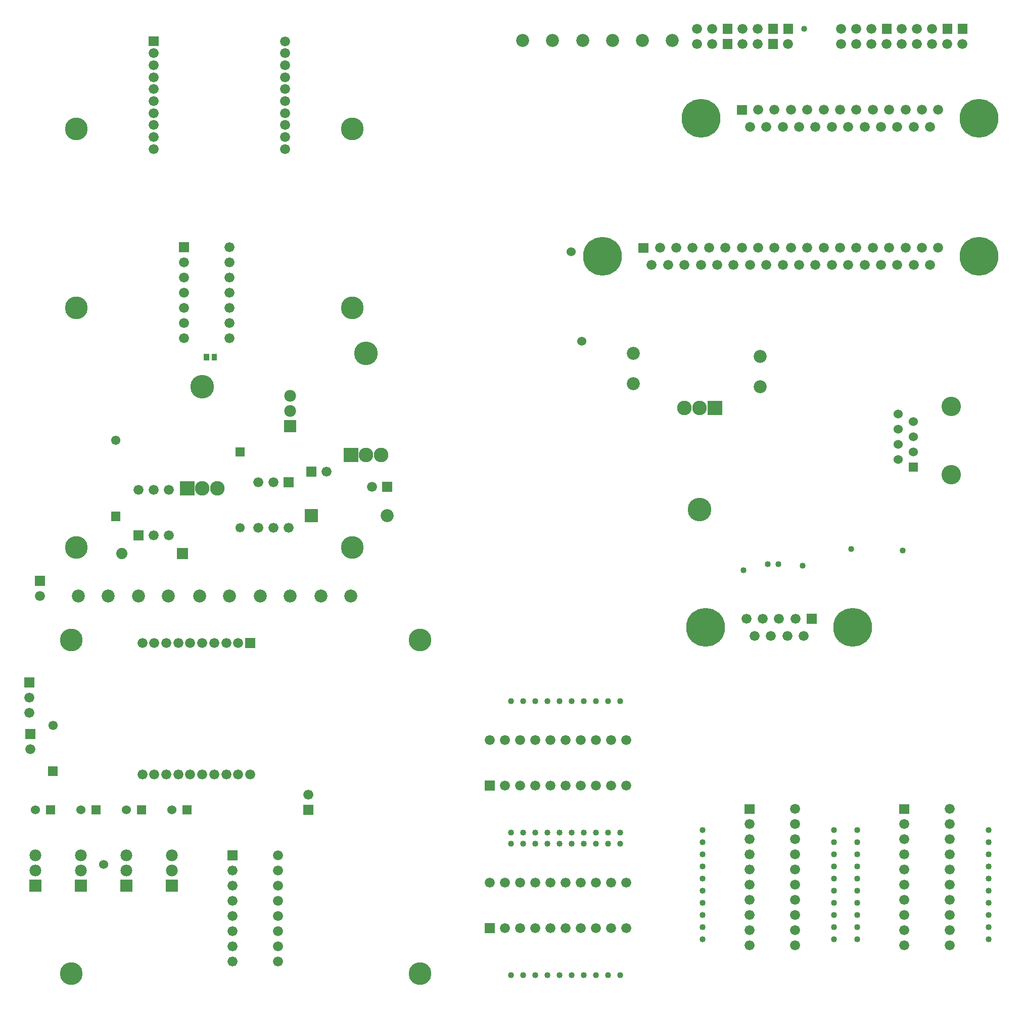
<source format=gbr>
G04 start of page 7 for group -4062 idx -4062 *
G04 Title: combined, soldermask *
G04 Creator: pcb 20110918 *
G04 CreationDate: Tue 12 Jun 2012 05:40:10 PM GMT UTC *
G04 For: ed *
G04 Format: Gerber/RS-274X *
G04 PCB-Dimensions: 650000 650000 *
G04 PCB-Coordinate-Origin: lower left *
%MOIN*%
%FSLAX25Y25*%
%LNBOTTOMMASK*%
%ADD112R,0.0355X0.0355*%
%ADD111C,0.0400*%
%ADD110C,0.1500*%
%ADD109C,0.0780*%
%ADD108C,0.0740*%
%ADD107C,0.0610*%
%ADD106C,0.0960*%
%ADD105C,0.1560*%
%ADD104C,0.1280*%
%ADD103C,0.0600*%
%ADD102C,0.0860*%
%ADD101C,0.0001*%
%ADD100C,0.2560*%
%ADD99C,0.0660*%
G54D99*X544630Y578500D03*
X555430D03*
X566230D03*
X577030D03*
X587830D03*
X598630D03*
X609430D03*
G54D100*X636430Y572900D03*
G54D99*X539230Y567300D03*
X550030D03*
X560830D03*
X571630D03*
X582430D03*
X593230D03*
X604030D03*
G54D101*G36*
X572130Y635200D02*Y628600D01*
X578730D01*
Y635200D01*
X572130D01*
G37*
G54D99*X575430Y621900D03*
X585430Y631900D03*
Y621900D03*
X565430Y631900D03*
Y621900D03*
X555430Y631900D03*
Y621900D03*
G54D101*G36*
X612130Y635200D02*Y628600D01*
X618730D01*
Y635200D01*
X612130D01*
G37*
G54D99*X605430Y631900D03*
X595430D03*
Y621900D03*
X605430D03*
X615430D03*
X625430D03*
G54D101*G36*
X622130Y635200D02*Y628600D01*
X628730D01*
Y635200D01*
X622130D01*
G37*
G54D99*X545430Y631900D03*
Y621900D03*
G54D101*G36*
X497130Y635200D02*Y628600D01*
X503730D01*
Y635200D01*
X497130D01*
G37*
G36*
X507130D02*Y628600D01*
X513730D01*
Y635200D01*
X507130D01*
G37*
G54D99*X510430Y621900D03*
G54D101*G36*
X497130Y625200D02*Y618600D01*
X503730D01*
Y625200D01*
X497130D01*
G37*
G54D99*X490430Y631900D03*
X480430D03*
X490430Y621900D03*
X480430D03*
G54D101*G36*
X467130Y625200D02*Y618600D01*
X473730D01*
Y625200D01*
X467130D01*
G37*
G36*
Y635200D02*Y628600D01*
X473730D01*
Y635200D01*
X467130D01*
G37*
G54D99*X460430Y621900D03*
X450430D03*
X460430Y631900D03*
X450430D03*
G54D102*X394485Y624400D03*
X374800D03*
X355115D03*
X335430D03*
X433856D03*
X414171D03*
G54D99*X512230Y578500D03*
X523030D03*
X533830D03*
G54D101*G36*
X476530Y581800D02*Y575200D01*
X483130D01*
Y581800D01*
X476530D01*
G37*
G54D99*X490630Y578500D03*
X501430D03*
X485230Y567300D03*
X496030D03*
X506830D03*
X517630D03*
X528430D03*
G54D100*X452830Y572900D03*
G54D99*X479830Y487500D03*
X490630D03*
X501430D03*
X512230D03*
X523030D03*
X533830D03*
X544630D03*
X555430D03*
X566230D03*
X577030D03*
G54D101*G36*
X411730Y490800D02*Y484200D01*
X418330D01*
Y490800D01*
X411730D01*
G37*
G54D99*X425830Y487500D03*
X436630D03*
X447430D03*
X458230D03*
X469030D03*
X420430Y476300D03*
X431230D03*
X442030D03*
X452830D03*
X463630D03*
X474430D03*
G54D100*X388030Y481900D03*
G54D99*X485230Y476300D03*
X496030D03*
X506830D03*
X517630D03*
X528430D03*
X539230D03*
X550030D03*
X560830D03*
X571630D03*
X582430D03*
X593230D03*
X604030D03*
G54D100*X636430Y481900D03*
G54D99*X587830Y487500D03*
X598630D03*
X609430D03*
G54D103*X583000Y378000D03*
X593000Y373000D03*
X583000Y358000D03*
X593000Y353000D03*
Y363000D03*
X583000Y368000D03*
G54D101*G36*
X590000Y346000D02*Y340000D01*
X596000D01*
Y346000D01*
X590000D01*
G37*
G54D103*X583000Y348000D03*
G54D104*X618000Y338000D03*
Y383000D03*
G54D101*G36*
X522730Y246300D02*Y239700D01*
X529330D01*
Y246300D01*
X522730D01*
G37*
G54D99*X515230Y243000D03*
X520630Y231800D03*
X509830D03*
X504430Y243000D03*
X493630D03*
X482830D03*
X499030Y231800D03*
X488230D03*
G54D100*X455830Y237400D03*
G54D105*X452000Y315000D03*
G54D100*X553030Y237400D03*
G54D101*G36*
X457200Y386800D02*Y377200D01*
X466800D01*
Y386800D01*
X457200D01*
G37*
G54D106*X452000Y382000D03*
X442000D03*
G54D102*X408430Y417900D03*
Y397900D03*
X492000Y416000D03*
Y396000D03*
G54D101*G36*
X583700Y120790D02*Y114190D01*
X590300D01*
Y120790D01*
X583700D01*
G37*
G54D99*X587000Y107490D03*
Y97490D03*
Y87490D03*
Y77490D03*
Y67490D03*
Y57490D03*
Y47490D03*
Y37490D03*
Y27490D03*
X617000D03*
Y37490D03*
Y47490D03*
Y57490D03*
Y67490D03*
Y77490D03*
Y87490D03*
Y97490D03*
Y107490D03*
Y117490D03*
G54D101*G36*
X481700Y120790D02*Y114190D01*
X488300D01*
Y120790D01*
X481700D01*
G37*
G54D99*X485000Y107490D03*
Y97490D03*
Y87490D03*
Y77490D03*
Y67490D03*
Y57490D03*
Y47490D03*
Y37490D03*
Y27490D03*
X515000D03*
Y37490D03*
Y47490D03*
Y57490D03*
Y67490D03*
Y77490D03*
Y87490D03*
Y97490D03*
Y107490D03*
Y117490D03*
G54D101*G36*
X310210Y136300D02*Y129700D01*
X316810D01*
Y136300D01*
X310210D01*
G37*
G54D99*X323510Y133000D03*
X333510D03*
X343510D03*
X353510D03*
X363510D03*
X373510D03*
X383510D03*
X393510D03*
X403510D03*
Y163000D03*
X393510D03*
X383510D03*
X373510D03*
X363510D03*
X353510D03*
X343510D03*
X333510D03*
X323510D03*
X313510D03*
G54D101*G36*
X310210Y42300D02*Y35700D01*
X316810D01*
Y42300D01*
X310210D01*
G37*
G54D99*X323510Y39000D03*
X333510D03*
X343510D03*
X353510D03*
X363510D03*
X373510D03*
X383510D03*
X393510D03*
X403510D03*
Y69000D03*
X393510D03*
X383510D03*
X373510D03*
X363510D03*
X353510D03*
X343510D03*
X333510D03*
X323510D03*
X313510D03*
X171000Y333000D03*
X161000D03*
Y303000D03*
X171000D03*
G54D101*G36*
X145950Y356050D02*Y349950D01*
X152050D01*
Y356050D01*
X145950D01*
G37*
G54D107*X149000Y303000D03*
G54D101*G36*
X109200Y333800D02*Y324200D01*
X118800D01*
Y333800D01*
X109200D01*
G37*
G36*
X107300Y289700D02*Y282300D01*
X114700D01*
Y289700D01*
X107300D01*
G37*
G54D106*X124000Y329000D03*
X134000D03*
G54D102*X82000Y258000D03*
G54D101*G36*
X13700Y271300D02*Y264700D01*
X20300D01*
Y271300D01*
X13700D01*
G37*
G54D99*X17000Y258000D03*
G54D102*X42315D03*
X62000D03*
G54D101*G36*
X78700Y301300D02*Y294700D01*
X85300D01*
Y301300D01*
X78700D01*
G37*
G54D99*X82000Y328000D03*
G54D101*G36*
X63950Y313550D02*Y307450D01*
X70050D01*
Y313550D01*
X63950D01*
G37*
G54D107*X67000Y360500D03*
G54D99*X92000Y298000D03*
Y328000D03*
X102000Y298000D03*
Y328000D03*
G54D108*X71000Y286000D03*
G54D102*X202315Y258000D03*
X182000D03*
X101685D03*
X122315D03*
X142000D03*
X162315D03*
G54D101*G36*
X152300Y230300D02*Y223700D01*
X158900D01*
Y230300D01*
X152300D01*
G37*
G54D99*X147700Y227000D03*
X139800D03*
X131900D03*
X124000D03*
X116100D03*
X108200D03*
X100300D03*
X92400D03*
X84500D03*
G54D101*G36*
X191700Y315300D02*Y306700D01*
X200300D01*
Y315300D01*
X191700D01*
G37*
G36*
X192700Y343300D02*Y336700D01*
X199300D01*
Y343300D01*
X192700D01*
G37*
G54D99*X206000Y340000D03*
G54D102*X222000Y258000D03*
X246000Y311000D03*
G54D101*G36*
X242700Y333300D02*Y326700D01*
X249300D01*
Y333300D01*
X242700D01*
G37*
G54D99*X236000Y330000D03*
G54D101*G36*
X217200Y355800D02*Y346200D01*
X226800D01*
Y355800D01*
X217200D01*
G37*
G54D106*X232000Y351000D03*
X242000D03*
G54D101*G36*
X177700Y336300D02*Y329700D01*
X184300D01*
Y336300D01*
X177700D01*
G37*
G54D99*X181000Y303000D03*
G54D101*G36*
X178100Y373900D02*Y366100D01*
X185900D01*
Y373900D01*
X178100D01*
G37*
G54D109*X182000Y380000D03*
Y390000D03*
G54D105*X232000Y418000D03*
G54D101*G36*
X108700Y491300D02*Y484700D01*
X115300D01*
Y491300D01*
X108700D01*
G37*
G54D99*X112000Y478000D03*
Y468000D03*
Y458000D03*
Y448000D03*
X142000D03*
Y458000D03*
Y468000D03*
Y478000D03*
Y488000D03*
X112000Y438000D03*
X142000D03*
X112000Y428000D03*
X142000D03*
G54D105*X124000Y396000D03*
G54D101*G36*
X88700Y627100D02*Y620500D01*
X95300D01*
Y627100D01*
X88700D01*
G37*
G54D99*X92000Y615900D03*
Y608000D03*
Y600100D03*
Y592200D03*
Y584300D03*
Y576400D03*
Y568500D03*
Y560600D03*
Y552700D03*
X178600Y623800D03*
Y615900D03*
Y608000D03*
Y600100D03*
Y592200D03*
Y584300D03*
Y576400D03*
Y568500D03*
Y560600D03*
Y552700D03*
X155600Y140400D03*
X147700D03*
X139800D03*
X131900D03*
X124000D03*
X116100D03*
X108200D03*
X100300D03*
G54D101*G36*
X190700Y120300D02*Y113700D01*
X197300D01*
Y120300D01*
X190700D01*
G37*
G54D99*X194000Y127000D03*
G54D101*G36*
X111000Y120000D02*Y114000D01*
X117000D01*
Y120000D01*
X111000D01*
G37*
G54D103*X104000Y117000D03*
G54D99*X92400Y140400D03*
G54D101*G36*
X100100Y70900D02*Y63100D01*
X107900D01*
Y70900D01*
X100100D01*
G37*
G54D109*X104000Y77000D03*
Y87000D03*
G54D99*X84500Y140400D03*
G54D101*G36*
X81000Y120000D02*Y114000D01*
X87000D01*
Y120000D01*
X81000D01*
G37*
G54D103*X74000Y117000D03*
G54D101*G36*
X51000Y120000D02*Y114000D01*
X57000D01*
Y120000D01*
X51000D01*
G37*
G54D103*X44000Y117000D03*
G54D101*G36*
X40100Y70900D02*Y63100D01*
X47900D01*
Y70900D01*
X40100D01*
G37*
G54D109*X44000Y77000D03*
Y87000D03*
G54D101*G36*
X70100Y70900D02*Y63100D01*
X77900D01*
Y70900D01*
X70100D01*
G37*
G54D109*X74000Y77000D03*
Y87000D03*
G54D101*G36*
X140700Y90300D02*Y83700D01*
X147300D01*
Y90300D01*
X140700D01*
G37*
G54D99*X144000Y77000D03*
Y67000D03*
Y57000D03*
Y47000D03*
Y37000D03*
Y27000D03*
Y17000D03*
X174000D03*
Y27000D03*
Y37000D03*
Y47000D03*
Y57000D03*
Y67000D03*
Y77000D03*
Y87000D03*
G54D101*G36*
X22450Y145550D02*Y139450D01*
X28550D01*
Y145550D01*
X22450D01*
G37*
G54D107*X25500Y172500D03*
G54D101*G36*
X21000Y120000D02*Y114000D01*
X27000D01*
Y120000D01*
X21000D01*
G37*
G36*
X10100Y70900D02*Y63100D01*
X17900D01*
Y70900D01*
X10100D01*
G37*
G54D109*X14000Y77000D03*
Y87000D03*
G54D101*G36*
X7200Y170300D02*Y163700D01*
X13800D01*
Y170300D01*
X7200D01*
G37*
G36*
X6700Y204300D02*Y197700D01*
X13300D01*
Y204300D01*
X6700D01*
G37*
G54D99*X10000Y191000D03*
Y181000D03*
X10500Y157000D03*
G54D103*X14000Y117000D03*
G54D110*X223000Y448000D03*
X41000D03*
Y566000D03*
X223000D03*
X41000Y290000D03*
X223000D03*
G54D103*X59000Y81000D03*
G54D110*X37500Y9000D03*
Y229000D03*
G54D103*X374430Y425900D03*
X367430Y484900D03*
G54D111*X586000Y288000D03*
X552000Y289000D03*
X521000Y632000D03*
X497000Y279000D03*
X504000D03*
X481000Y275000D03*
X520000Y278000D03*
X540500Y55500D03*
Y39500D03*
Y31500D03*
Y47500D03*
Y95500D03*
Y79500D03*
Y71500D03*
Y63500D03*
Y87500D03*
X454000Y71500D03*
Y63500D03*
Y55500D03*
Y47500D03*
Y39500D03*
Y31500D03*
G54D110*X267500Y9000D03*
G54D111*X327500Y8000D03*
X335500D03*
X351500D03*
X343500D03*
X359500D03*
X391500D03*
X399500D03*
X367500D03*
X375500D03*
X383500D03*
X367500Y102000D03*
X375500D03*
X367500Y94500D03*
X375500D03*
X351500Y102000D03*
X359500D03*
X351500Y94500D03*
X359500D03*
X343500Y102000D03*
Y94500D03*
X383500Y102000D03*
Y94500D03*
X391500Y102000D03*
Y94500D03*
X399500Y102000D03*
Y94500D03*
X327500Y102000D03*
X335500D03*
X327500Y94500D03*
X335500D03*
X351500Y188500D03*
X343500D03*
X375500D03*
X391500D03*
X399500D03*
X383500D03*
X367500D03*
X327500D03*
G54D110*X267500Y229000D03*
G54D111*X335500Y188500D03*
X359500D03*
X642500Y103500D03*
Y95500D03*
Y87500D03*
Y39500D03*
Y79500D03*
Y71500D03*
Y63500D03*
Y55500D03*
Y31500D03*
Y47500D03*
X454000Y103500D03*
Y95500D03*
Y79500D03*
Y87500D03*
X556000Y103500D03*
Y95500D03*
X540500Y103500D03*
X556000Y55500D03*
Y47500D03*
Y39500D03*
Y31500D03*
Y79500D03*
Y87500D03*
Y71500D03*
Y63500D03*
G54D112*X126882Y415984D02*Y415000D01*
X132000Y415984D02*Y415000D01*
M02*

</source>
